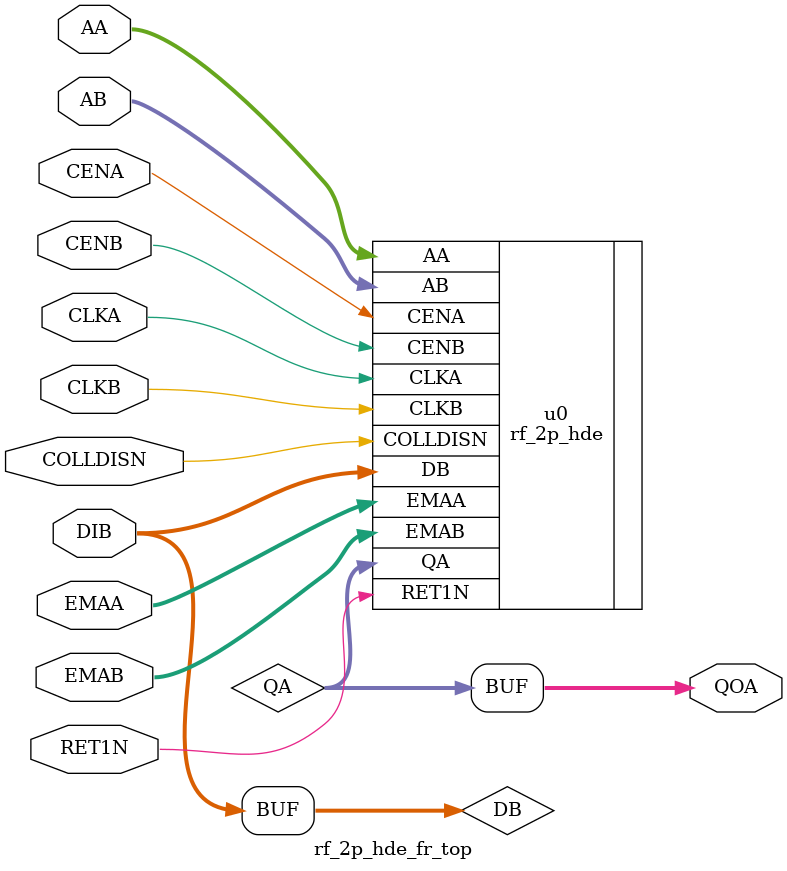
<source format=v>
/* common_memcomp Version: 4.0.5-beta22 */
/* lang compiler Version: 4.1.6-beta1 Jul 19 2012 13:55:19 */
//
//       CONFIDENTIAL AND PROPRIETARY SOFTWARE OF ARM PHYSICAL IP, INC.
//      
//       Copyright (c) 1993 - 2017 ARM Physical IP, Inc.  All Rights Reserved.
//      
//       Use of this Software is subject to the terms and conditions of the
//       applicable license agreement with ARM Physical IP, Inc.
//       In addition, this Software is protected by patents, copyright law 
//       and international treaties.
//      
//       The copyright notice(s) in this Software does not indicate actual or
//       intended publication of this Software.
//
//       Repair Verilog RTL for Synchronous Two-Port Register File
//
//       Instance Name:              rf_2p_hde_rtl_top
//       Words:                      1024
//       User Bits:                  8
//       Mux:                        4
//       Drive:                      6
//       Write Mask:                 Off
//       Extra Margin Adjustment:    On
//       Redundancy:                 off
//       Redundant Rows:             0
//       Redundant Columns:          0
//       Test Muxes                  Off
//       Ser:                        none
//       Retention:                  on
//       Power Gating:               off
//
//       Creation Date:  Sun Oct 22 16:21:24 2017
//       Version:      r1p1
//
//       Verified
//
//       Known Bugs: None.
//
//       Known Work Arounds: N/A
//
`timescale 1ns/1ps

module rf_2p_hde_rtl_top (
          QA, 
          CLKA, 
          CENA, 
          AA, 
          CLKB, 
          CENB, 
          AB, 
          DB, 
          EMAA, 
          EMAB, 
          RET1N, 
          COLLDISN
   );

   output [7:0]             QA;   //Data outputs, QA[0]=LSB.
   input                    CLKA;
   input                    CENA;
   input [9:0]              AA;   //Addresses, AA[0]=LSB, AB[0]=LSB.
   input                    CLKB;
   input                    CENB;
   input [9:0]              AB;   //Addresses, AA[0]=LSB, AB[0]=LSB.
   input [7:0]              DB;   //Data inputs, DB[0]=LSB.
   input [2:0]              EMAA;   //Extra margin adjustment.
   input [2:0]              EMAB;   //Extra margin adjustment.
   input                    RET1N;    //Retention mode 1 enable, active LOW
   input                    COLLDISN;   //Collision circuit disable, active LOW.
   wire [7:0]             QOA;
   wire [7:0]             DIB;

   assign QA = QOA;
   assign DIB = DB;
   rf_2p_hde_fr_top u0 (
         .QOA(QOA),
         .CLKA(CLKA),
         .CENA(CENA),
         .AA(AA),
         .CLKB(CLKB),
         .CENB(CENB),
         .AB(AB),
         .DIB(DIB),
         .EMAA(EMAA),
         .EMAB(EMAB),
         .RET1N(RET1N),
         .COLLDISN(COLLDISN)
);

endmodule

module rf_2p_hde_fr_top (
          QOA, 
          CLKA, 
          CENA, 
          AA, 
          CLKB, 
          CENB, 
          AB, 
          DIB, 
          EMAA, 
          EMAB, 
          RET1N, 
          COLLDISN
   );

   output [7:0]             QOA;
   input                    CLKA;
   input                    CENA;
   input [9:0]              AA;
   input                    CLKB;
   input                    CENB;
   input [9:0]              AB;
   input [7:0]              DIB;
   input [2:0]              EMAA;
   input [2:0]              EMAB;
   input                    RET1N;
   input                    COLLDISN;

   wire [7:0]    DB;
   wire [7:0]    QA;

   assign DB=DIB;
   assign QOA=QA;
   rf_2p_hde u0 (
         .QA(QA),
         .CLKA(CLKA),
         .CENA(CENA),
         .AA(AA),
         .CLKB(CLKB),
         .CENB(CENB),
         .AB(AB),
         .DB(DB),
         .EMAA(EMAA),
         .EMAB(EMAB),
         .RET1N(RET1N),
         .COLLDISN(COLLDISN)
   );

endmodule // rf_2p_hde_fr_top


</source>
